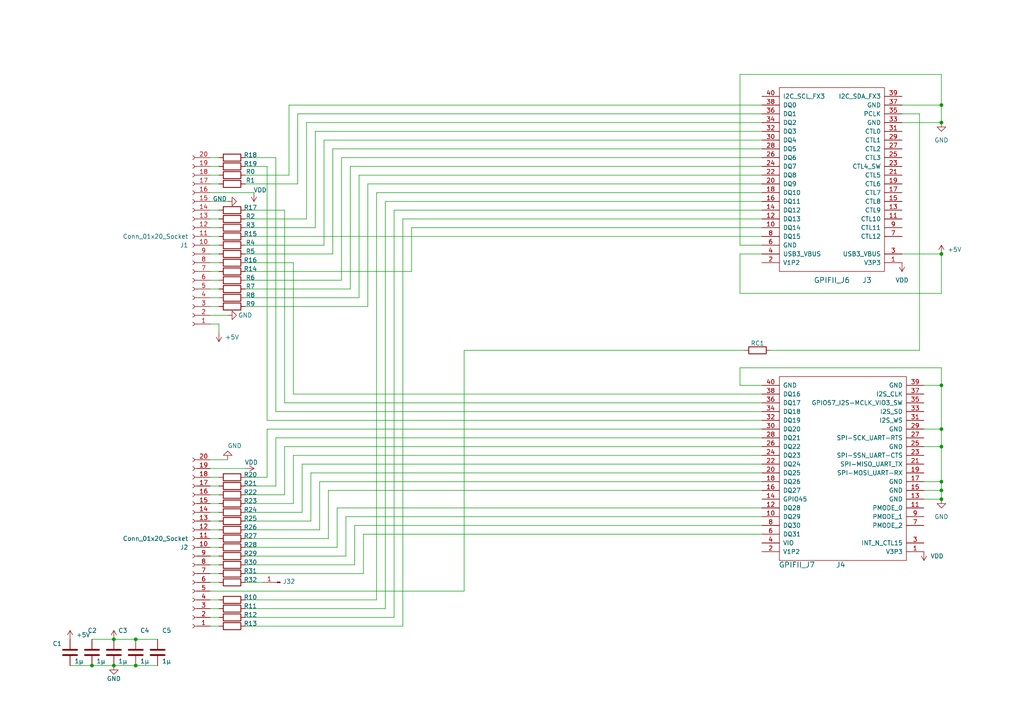
<source format=kicad_sch>
(kicad_sch (version 20231120) (generator "eeschema") (generator_version "8.0")
  (paper "A4")
  (title_block (title "FX3 to Tang Nano 20K Adapter") (date "2024-09-12") (rev "0.0.1") (comment 1 "MISRC"))
  (lib_symbols
    (symbol "Connector:Conn_01x01_Pin" (pin_names (offset 1.016) hide)
      (property "Reference" "J" (at 0 2.54 0))
      (property "Value" "Conn_01x01_Pin" (at 0 -2.54 0))
      (symbol "Conn_01x01_Pin_1_1"
        (polyline (pts (xy 1.27 0) (xy 0.8636 0)) (stroke (width 0.1524)))
        (rectangle (start 0.8636 0.127) (end 0 -0.127) (stroke (width 0.1524)) (fill (type outline)))
        (pin passive line (at 5.08 0 180) (length 3.81) (name "Pin_1") (number "1"))
      )
    )
    (symbol "Connector:Conn_01x20_Socket" (pin_names (offset 1.016) hide)
      (property "Reference" "J" (at 0 25.4 0))
      (property "Value" "Conn_01x20_Socket" (at 0 -27.94 0))
      (symbol "Conn_01x20_Socket_1_1"
        (arc (start 0 -24.892) (mid -0.5058 -25.4) (end 0 -25.908) (stroke (width 0.1524)))
        (arc (start 0 -22.352) (mid -0.5058 -22.86) (end 0 -23.368) (stroke (width 0.1524)))
        (arc (start 0 -19.812) (mid -0.5058 -20.32) (end 0 -20.828) (stroke (width 0.1524)))
        (arc (start 0 -17.272) (mid -0.5058 -17.78) (end 0 -18.288) (stroke (width 0.1524)))
        (arc (start 0 -14.732) (mid -0.5058 -15.24) (end 0 -15.748) (stroke (width 0.1524)))
        (arc (start 0 -12.192) (mid -0.5058 -12.7) (end 0 -13.208) (stroke (width 0.1524)))
        (arc (start 0 -9.652) (mid -0.5058 -10.16) (end 0 -10.668) (stroke (width 0.1524)))
        (arc (start 0 -7.112) (mid -0.5058 -7.62) (end 0 -8.128) (stroke (width 0.1524)))
        (arc (start 0 -4.572) (mid -0.5058 -5.08) (end 0 -5.588) (stroke (width 0.1524)))
        (arc (start 0 -2.032) (mid -0.5058 -2.54) (end 0 -3.048) (stroke (width 0.1524)))
        (polyline (pts (xy -1.27 -25.4) (xy -0.508 -25.4)) (stroke (width 0.1524)))
        (polyline (pts (xy -1.27 -22.86) (xy -0.508 -22.86)) (stroke (width 0.1524)))
        (polyline (pts (xy -1.27 -20.32) (xy -0.508 -20.32)) (stroke (width 0.1524)))
        (polyline (pts (xy -1.27 -17.78) (xy -0.508 -17.78)) (stroke (width 0.1524)))
        (polyline (pts (xy -1.27 -15.24) (xy -0.508 -15.24)) (stroke (width 0.1524)))
        (polyline (pts (xy -1.27 -12.7) (xy -0.508 -12.7)) (stroke (width 0.1524)))
        (polyline (pts (xy -1.27 -10.16) (xy -0.508 -10.16)) (stroke (width 0.1524)))
        (polyline (pts (xy -1.27 -7.62) (xy -0.508 -7.62)) (stroke (width 0.1524)))
        (polyline (pts (xy -1.27 -5.08) (xy -0.508 -5.08)) (stroke (width 0.1524)))
        (polyline (pts (xy -1.27 -2.54) (xy -0.508 -2.54)) (stroke (width 0.1524)))
        (polyline (pts (xy -1.27 0) (xy -0.508 0)) (stroke (width 0.1524)))
        (polyline (pts (xy -1.27 2.54) (xy -0.508 2.54)) (stroke (width 0.1524)))
        (polyline (pts (xy -1.27 5.08) (xy -0.508 5.08)) (stroke (width 0.1524)))
        (polyline (pts (xy -1.27 7.62) (xy -0.508 7.62)) (stroke (width 0.1524)))
        (polyline (pts (xy -1.27 10.16) (xy -0.508 10.16)) (stroke (width 0.1524)))
        (polyline (pts (xy -1.27 12.7) (xy -0.508 12.7)) (stroke (width 0.1524)))
        (polyline (pts (xy -1.27 15.24) (xy -0.508 15.24)) (stroke (width 0.1524)))
        (polyline (pts (xy -1.27 17.78) (xy -0.508 17.78)) (stroke (width 0.1524)))
        (polyline (pts (xy -1.27 20.32) (xy -0.508 20.32)) (stroke (width 0.1524)))
        (polyline (pts (xy -1.27 22.86) (xy -0.508 22.86)) (stroke (width 0.1524)))
        (arc (start 0 0.508) (mid -0.5058 0) (end 0 -0.508) (stroke (width 0.1524)))
        (arc (start 0 3.048) (mid -0.5058 2.54) (end 0 2.032) (stroke (width 0.1524)))
        (arc (start 0 5.588) (mid -0.5058 5.08) (end 0 4.572) (stroke (width 0.1524)))
        (arc (start 0 8.128) (mid -0.5058 7.62) (end 0 7.112) (stroke (width 0.1524)))
        (arc (start 0 10.668) (mid -0.5058 10.16) (end 0 9.652) (stroke (width 0.1524)))
        (arc (start 0 13.208) (mid -0.5058 12.7) (end 0 12.192) (stroke (width 0.1524)))
        (arc (start 0 15.748) (mid -0.5058 15.24) (end 0 14.732) (stroke (width 0.1524)))
        (arc (start 0 18.288) (mid -0.5058 17.78) (end 0 17.272) (stroke (width 0.1524)))
        (arc (start 0 20.828) (mid -0.5058 20.32) (end 0 19.812) (stroke (width 0.1524)))
        (arc (start 0 23.368) (mid -0.5058 22.86) (end 0 22.352) (stroke (width 0.1524)))
        (pin passive line (at -5.08 22.86 0) (length 3.81) (name "Pin_1") (number "1"))
        (pin passive line (at -5.08 0 0) (length 3.81) (name "Pin_10") (number "10"))
        (pin passive line (at -5.08 -2.54 0) (length 3.81) (name "Pin_11") (number "11"))
        (pin passive line (at -5.08 -5.08 0) (length 3.81) (name "Pin_12") (number "12"))
        (pin passive line (at -5.08 -7.62 0) (length 3.81) (name "Pin_13") (number "13"))
        (pin passive line (at -5.08 -10.16 0) (length 3.81) (name "Pin_14") (number "14"))
        (pin passive line (at -5.08 -12.7 0) (length 3.81) (name "Pin_15") (number "15"))
        (pin passive line (at -5.08 -15.24 0) (length 3.81) (name "Pin_16") (number "16"))
        (pin passive line (at -5.08 -17.78 0) (length 3.81) (name "Pin_17") (number "17"))
        (pin passive line (at -5.08 -20.32 0) (length 3.81) (name "Pin_18") (number "18"))
        (pin passive line (at -5.08 -22.86 0) (length 3.81) (name "Pin_19") (number "19"))
        (pin passive line (at -5.08 20.32 0) (length 3.81) (name "Pin_2") (number "2"))
        (pin passive line (at -5.08 -25.4 0) (length 3.81) (name "Pin_20") (number "20"))
        (pin passive line (at -5.08 17.78 0) (length 3.81) (name "Pin_3") (number "3"))
        (pin passive line (at -5.08 15.24 0) (length 3.81) (name "Pin_4") (number "4"))
        (pin passive line (at -5.08 12.7 0) (length 3.81) (name "Pin_5") (number "5"))
        (pin passive line (at -5.08 10.16 0) (length 3.81) (name "Pin_6") (number "6"))
        (pin passive line (at -5.08 7.62 0) (length 3.81) (name "Pin_7") (number "7"))
        (pin passive line (at -5.08 5.08 0) (length 3.81) (name "Pin_8") (number "8"))
        (pin passive line (at -5.08 2.54 0) (length 3.81) (name "Pin_9") (number "9"))
      )
    )
    (symbol "Device:C" (pin_numbers hide) (pin_names (offset 0.254))
      (property "Reference" "C" (at 0.635 2.54 0))
      (property "Value" "C" (at 0.635 -2.54 0))
      (symbol "C_0_1"
        (polyline (pts (xy -2.032 -0.762) (xy 2.032 -0.762)) (stroke (width 0.508)))
        (polyline (pts (xy -2.032 0.762) (xy 2.032 0.762)) (stroke (width 0.508)))
      )
      (symbol "C_1_1"
        (pin passive line (at 0 3.81 270) (length 2.794) (name "~") (number "1"))
        (pin passive line (at 0 -3.81 90) (length 2.794) (name "~") (number "2"))
      )
    )
    (symbol "Device:R" (pin_numbers hide) (pin_names (offset 0))
      (property "Reference" "R" (at 2.032 0 90))
      (property "Value" "R" (at 0 0 90))
      (symbol "R_0_1"
        (rectangle (start -1.016 -2.54) (end 1.016 2.54) (stroke (width 0.254)))
      )
      (symbol "R_1_1"
        (pin passive line (at 0 3.81 270) (length 1.27) (name "~") (number "1"))
        (pin passive line (at 0 -3.81 90) (length 1.27) (name "~") (number "2"))
      )
    )
    (symbol "gpifii_j6:GPIFII_J6" (pin_names (offset 1.016))
      (property "Reference" "J3" (at -10.16 27.94 0))
      (property "Value" "GPIFII_J6" (at 0 27.94 0))
      (symbol "GPIFII_J6_0_1"
        (rectangle (start -15.24 25.4) (end 15.24 -27.94))
      )
      (symbol "GPIFII_J6_1_1"
        (pin power_in line (at -20.32 22.86 0) (length 5.08) (name "V3P3") (number "1"))
        (pin bidirectional line (at 20.32 12.7 180) (length 5.08) (name "DQ14") (number "10"))
        (pin bidirectional line (at -20.32 10.16 0) (length 5.08) (name "CTL10") (number "11"))
        (pin bidirectional line (at 20.32 10.16 180) (length 5.08) (name "DQ13") (number "12"))
        (pin bidirectional line (at -20.32 7.62 0) (length 5.08) (name "CTL9") (number "13"))
        (pin bidirectional line (at 20.32 7.62 180) (length 5.08) (name "DQ12") (number "14"))
        (pin bidirectional line (at -20.32 5.08 0) (length 5.08) (name "CTL8") (number "15"))
        (pin bidirectional line (at 20.32 5.08 180) (length 5.08) (name "DQ11") (number "16"))
        (pin bidirectional line (at -20.32 2.54 0) (length 5.08) (name "CTL7") (number "17"))
        (pin bidirectional line (at 20.32 2.54 180) (length 5.08) (name "DQ10") (number "18"))
        (pin bidirectional line (at -20.32 0 0) (length 5.08) (name "CTL6") (number "19"))
        (pin power_out line (at 20.32 22.86 180) (length 5.08) (name "V1P2") (number "2"))
        (pin bidirectional line (at 20.32 0 180) (length 5.08) (name "DQ9") (number "20"))
        (pin bidirectional line (at -20.32 -2.54 0) (length 5.08) (name "CTL5") (number "21"))
        (pin bidirectional line (at 20.32 -2.54 180) (length 5.08) (name "DQ8") (number "22"))
        (pin bidirectional line (at -20.32 -5.08 0) (length 5.08) (name "CTL4_SW") (number "23"))
        (pin bidirectional line (at 20.32 -5.08 180) (length 5.08) (name "DQ7") (number "24"))
        (pin bidirectional line (at -20.32 -7.62 0) (length 5.08) (name "CTL3") (number "25"))
        (pin bidirectional line (at 20.32 -7.62 180) (length 5.08) (name "DQ6") (number "26"))
        (pin bidirectional line (at -20.32 -10.16 0) (length 5.08) (name "CTL2") (number "27"))
        (pin bidirectional line (at 20.32 -10.16 180) (length 5.08) (name "DQ5") (number "28"))
        (pin bidirectional line (at -20.32 -12.7 0) (length 5.08) (name "CTL1") (number "29"))
        (pin power_in line (at -20.32 20.32 0) (length 5.08) (name "USB3_VBUS") (number "3"))
        (pin bidirectional line (at 20.32 -12.7 180) (length 5.08) (name "DQ4") (number "30"))
        (pin bidirectional line (at -20.32 -15.24 0) (length 5.08) (name "CTL0") (number "31"))
        (pin bidirectional line (at 20.32 -15.24 180) (length 5.08) (name "DQ3") (number "32"))
        (pin power_in line (at -20.32 -17.78 0) (length 5.08) (name "GND") (number "33"))
        (pin bidirectional line (at 20.32 -17.78 180) (length 5.08) (name "DQ2") (number "34"))
        (pin bidirectional line (at -20.32 -20.32 0) (length 5.08) (name "PCLK") (number "35"))
        (pin bidirectional line (at 20.32 -20.32 180) (length 5.08) (name "DQ1") (number "36"))
        (pin power_in line (at -20.32 -22.86 0) (length 5.08) (name "GND") (number "37"))
        (pin bidirectional line (at 20.32 -22.86 180) (length 5.08) (name "DQ0") (number "38"))
        (pin bidirectional line (at -20.32 -25.4 0) (length 5.08) (name "I2C_SDA_FX3") (number "39"))
        (pin power_in line (at 20.32 20.32 180) (length 5.08) (name "USB3_VBUS") (number "4"))
        (pin bidirectional line (at 20.32 -25.4 180) (length 5.08) (name "I2C_SCL_FX3") (number "40"))
        (pin power_in line (at 20.32 17.78 180) (length 5.08) (name "GND") (number "6"))
        (pin bidirectional line (at -20.32 15.24 0) (length 5.08) (name "CTL12") (number "7"))
        (pin bidirectional line (at 20.32 15.24 180) (length 5.08) (name "DQ15") (number "8"))
        (pin bidirectional line (at -20.32 12.7 0) (length 5.08) (name "CTL11") (number "9"))
      )
    )
    (symbol "gpifii_j7:GPIFII_J7" (pin_names (offset 1.016))
      (property "Reference" "J4" (at 0 26.67 0))
      (property "Value" "GPIFII_J7" (at 12.7 26.67 0))
      (symbol "GPIFII_J7_0_1"
        (rectangle (start -19.05 25.4) (end 17.78 -27.94))
      )
      (symbol "GPIFII_J7_1_1"
        (pin power_in line (at -24.13 22.86 0) (length 5.08) (name "V3P3") (number "1"))
        (pin bidirectional line (at 22.86 12.7 180) (length 5.08) (name "DQ29") (number "10"))
        (pin bidirectional line (at -24.13 10.16 0) (length 5.08) (name "PMODE_0") (number "11"))
        (pin bidirectional line (at 22.86 10.16 180) (length 5.08) (name "DQ28") (number "12"))
        (pin power_in line (at -24.13 7.62 0) (length 5.08) (name "GND") (number "13"))
        (pin bidirectional line (at 22.86 7.62 180) (length 5.08) (name "GPIO45") (number "14"))
        (pin power_in line (at -24.13 5.08 0) (length 5.08) (name "GND") (number "15"))
        (pin bidirectional line (at 22.86 5.08 180) (length 5.08) (name "DQ27") (number "16"))
        (pin power_in line (at -24.13 2.54 0) (length 5.08) (name "GND") (number "17"))
        (pin bidirectional line (at 22.86 2.54 180) (length 5.08) (name "DQ26") (number "18"))
        (pin bidirectional line (at -24.13 0 0) (length 5.08) (name "SPI-MOSI_UART-RX") (number "19"))
        (pin power_in line (at 22.86 22.86 180) (length 5.08) (name "V1P2") (number "2"))
        (pin bidirectional line (at 22.86 0 180) (length 5.08) (name "DQ25") (number "20"))
        (pin bidirectional line (at -24.13 -2.54 0) (length 5.08) (name "SPI-MISO_UART_TX") (number "21"))
        (pin bidirectional line (at 22.86 -2.54 180) (length 5.08) (name "DQ24") (number "22"))
        (pin bidirectional line (at -24.13 -5.08 0) (length 5.08) (name "SPI-SSN_UART-CTS") (number "23"))
        (pin bidirectional line (at 22.86 -5.08 180) (length 5.08) (name "DQ23") (number "24"))
        (pin power_in line (at -24.13 -7.62 0) (length 5.08) (name "GND") (number "25"))
        (pin bidirectional line (at 22.86 -7.62 180) (length 5.08) (name "DQ22") (number "26"))
        (pin bidirectional line (at -24.13 -10.16 0) (length 5.08) (name "SPI-SCK_UART-RTS") (number "27"))
        (pin bidirectional line (at 22.86 -10.16 180) (length 5.08) (name "DQ21") (number "28"))
        (pin power_in line (at -24.13 -12.7 0) (length 5.08) (name "GND") (number "29"))
        (pin bidirectional line (at -24.13 20.32 0) (length 5.08) (name "INT_N_CTL15") (number "3"))
        (pin bidirectional line (at 22.86 -12.7 180) (length 5.08) (name "DQ20") (number "30"))
        (pin bidirectional line (at -24.13 -15.24 0) (length 5.08) (name "I2S_WS") (number "31"))
        (pin bidirectional line (at 22.86 -15.24 180) (length 5.08) (name "DQ19") (number "32"))
        (pin bidirectional line (at -24.13 -17.78 0) (length 5.08) (name "I2S_SD") (number "33"))
        (pin bidirectional line (at 22.86 -17.78 180) (length 5.08) (name "DQ18") (number "34"))
        (pin bidirectional line (at -24.13 -20.32 0) (length 5.08) (name "GPIO57_I2S-MCLK_VIO3_SW") (number "35"))
        (pin bidirectional line (at 22.86 -20.32 180) (length 5.08) (name "DQ17") (number "36"))
        (pin bidirectional line (at -24.13 -22.86 0) (length 5.08) (name "I2S_CLK") (number "37"))
        (pin bidirectional line (at 22.86 -22.86 180) (length 5.08) (name "DQ16") (number "38"))
        (pin power_in line (at -24.13 -25.4 0) (length 5.08) (name "GND") (number "39"))
        (pin power_out line (at 22.86 20.32 180) (length 5.08) (name "VIO") (number "4"))
        (pin power_in line (at 22.86 -25.4 180) (length 5.08) (name "GND") (number "40"))
        (pin bidirectional line (at 22.86 17.78 180) (length 5.08) (name "DQ31") (number "6"))
        (pin bidirectional line (at -24.13 15.24 0) (length 5.08) (name "PMODE_2") (number "7"))
        (pin bidirectional line (at 22.86 15.24 180) (length 5.08) (name "DQ30") (number "8"))
        (pin bidirectional line (at -24.13 12.7 0) (length 5.08) (name "PMODE_1") (number "9"))
      )
    )
    (symbol "power:+5V" (power) (pin_names (offset 0))
      (property "Value" "+5V" (at 0 3.556 0))
      (symbol "+5V_0_1"
        (polyline (pts (xy -0.762 1.27) (xy 0 2.54)))
        (polyline (pts (xy 0 0) (xy 0 2.54)))
        (polyline (pts (xy 0 2.54) (xy 0.762 1.27)))
      )
      (symbol "+5V_1_1"
        (pin power_in line (at 0 0 90) (length 0) hide (name "+5V") (number "1"))
      )
    )
    (symbol "power:GND" (power) (pin_names (offset 0))
      (property "Value" "GND" (at 0 -3.81 0))
      (symbol "GND_0_1"
        (polyline (pts (xy 0 0) (xy 0 -1.27) (xy 1.27 -1.27) (xy 0 -2.54) (xy -1.27 -1.27) (xy 0 -1.27)))
      )
      (symbol "GND_1_1"
        (pin power_in line (at 0 0 270) (length 0) hide (name "GND") (number "1"))
      )
    )
    (symbol "power:VDD" (power) (pin_names (offset 0))
      (property "Value" "VDD" (at 0 3.81 0))
      (symbol "VDD_0_1"
        (polyline (pts (xy -0.762 1.27) (xy 0 2.54)))
        (polyline (pts (xy 0 0) (xy 0 2.54)))
        (polyline (pts (xy 0 2.54) (xy 0.762 1.27)))
      )
      (symbol "VDD_1_1"
        (pin power_in line (at 0 0 90) (length 0) hide (name "VDD") (number "1"))
      )
    )
  )
  (junction (at 273.05 111.76))
  (junction (at 33.02 193.04))
  (junction (at 273.05 35.56))
  (junction (at 273.05 144.78))
  (junction (at 273.05 129.54))
  (junction (at 39.37 185.42))
  (junction (at 33.02 185.42))
  (junction (at 26.67 193.04))
  (junction (at 273.05 142.24))
  (junction (at 273.05 139.7))
  (junction (at 39.37 193.04))
  (junction (at 273.05 30.48))
  (junction (at 273.05 73.66))
  (junction (at 273.05 124.46))
  (wire (pts (xy 60.96 45.72) (xy 63.5 45.72)))
  (wire (pts (xy 104.14 50.8) (xy 104.14 86.36)))
  (wire (pts (xy 134.62 171.45) (xy 134.62 101.6)))
  (wire (pts (xy 71.12 50.8) (xy 83.82 50.8)))
  (wire (pts (xy 273.05 30.48) (xy 273.05 35.56)))
  (wire (pts (xy 101.6 48.26) (xy 220.98 48.26)))
  (wire (pts (xy 273.05 111.76) (xy 267.97 111.76)))
  (wire (pts (xy 86.36 33.02) (xy 220.98 33.02)))
  (wire (pts (xy 60.96 63.5) (xy 63.5 63.5)))
  (wire (pts (xy 97.79 158.75) (xy 97.79 147.32)))
  (wire (pts (xy 60.96 176.53) (xy 63.5 176.53)))
  (wire (pts (xy 91.44 38.1) (xy 91.44 66.04)))
  (wire (pts (xy 82.55 129.54) (xy 82.55 143.51)))
  (wire (pts (xy 223.52 101.6) (xy 266.7 101.6)))
  (wire (pts (xy 114.3 60.96) (xy 220.98 60.96)))
  (wire (pts (xy 60.96 181.61) (xy 63.5 181.61)))
  (wire (pts (xy 80.01 140.97) (xy 71.12 140.97)))
  (wire (pts (xy 60.96 163.83) (xy 63.5 163.83)))
  (wire (pts (xy 71.12 158.75) (xy 97.79 158.75)))
  (wire (pts (xy 85.09 114.3) (xy 220.98 114.3)))
  (wire (pts (xy 261.62 30.48) (xy 273.05 30.48)))
  (wire (pts (xy 111.76 58.42) (xy 220.98 58.42)))
  (wire (pts (xy 71.12 153.67) (xy 92.71 153.67)))
  (wire (pts (xy 261.62 33.02) (xy 266.7 33.02)))
  (wire (pts (xy 105.41 154.94) (xy 220.98 154.94)))
  (wire (pts (xy 273.05 129.54) (xy 273.05 124.46)))
  (wire (pts (xy 60.96 73.66) (xy 63.5 73.66)))
  (wire (pts (xy 71.12 68.58) (xy 220.98 68.58)))
  (wire (pts (xy 106.68 88.9) (xy 106.68 53.34)))
  (wire (pts (xy 104.14 50.8) (xy 220.98 50.8)))
  (wire (pts (xy 60.96 143.51) (xy 63.5 143.51)))
  (wire (pts (xy 82.55 143.51) (xy 71.12 143.51)))
  (wire (pts (xy 77.47 138.43) (xy 77.47 124.46)))
  (wire (pts (xy 119.38 66.04) (xy 119.38 78.74)))
  (wire (pts (xy 77.47 48.26) (xy 77.47 121.92)))
  (wire (pts (xy 101.6 48.26) (xy 101.6 83.82)))
  (wire (pts (xy 71.12 168.91) (xy 76.2 168.91)))
  (wire (pts (xy 109.22 173.99) (xy 71.12 173.99)))
  (wire (pts (xy 60.96 93.98) (xy 63.5 93.98)))
  (wire (pts (xy 90.17 151.13) (xy 71.12 151.13)))
  (wire (pts (xy 71.12 148.59) (xy 87.63 148.59)))
  (wire (pts (xy 60.96 60.96) (xy 63.5 60.96)))
  (wire (pts (xy 82.55 116.84) (xy 220.98 116.84)))
  (wire (pts (xy 82.55 116.84) (xy 82.55 60.96)))
  (wire (pts (xy 109.22 55.88) (xy 109.22 173.99)))
  (wire (pts (xy 114.3 60.96) (xy 114.3 179.07)))
  (wire (pts (xy 99.06 45.72) (xy 220.98 45.72)))
  (wire (pts (xy 60.96 81.28) (xy 63.5 81.28)))
  (wire (pts (xy 102.87 152.4) (xy 102.87 163.83)))
  (wire (pts (xy 60.96 168.91) (xy 63.5 168.91)))
  (wire (pts (xy 88.9 35.56) (xy 88.9 63.5)))
  (wire (pts (xy 60.96 158.75) (xy 63.5 158.75)))
  (wire (pts (xy 105.41 166.37) (xy 105.41 154.94)))
  (wire (pts (xy 96.52 73.66) (xy 96.52 43.18)))
  (wire (pts (xy 85.09 76.2) (xy 71.12 76.2)))
  (wire (pts (xy 60.96 161.29) (xy 63.5 161.29)))
  (wire (pts (xy 214.63 73.66) (xy 220.98 73.66)))
  (wire (pts (xy 100.33 161.29) (xy 71.12 161.29)))
  (wire (pts (xy 71.12 48.26) (xy 77.47 48.26)))
  (wire (pts (xy 60.96 146.05) (xy 63.5 146.05)))
  (wire (pts (xy 60.96 173.99) (xy 63.5 173.99)))
  (wire (pts (xy 60.96 171.45) (xy 134.62 171.45)))
  (wire (pts (xy 273.05 111.76) (xy 273.05 106.68)))
  (wire (pts (xy 214.63 71.12) (xy 220.98 71.12)))
  (wire (pts (xy 60.96 135.89) (xy 71.12 135.89)))
  (wire (pts (xy 93.98 40.64) (xy 220.98 40.64)))
  (wire (pts (xy 92.71 153.67) (xy 92.71 139.7)))
  (wire (pts (xy 39.37 193.04) (xy 45.72 193.04)))
  (wire (pts (xy 114.3 179.07) (xy 71.12 179.07)))
  (wire (pts (xy 99.06 81.28) (xy 71.12 81.28)))
  (wire (pts (xy 63.5 93.98) (xy 63.5 96.52)))
  (wire (pts (xy 273.05 21.59) (xy 273.05 30.48)))
  (wire (pts (xy 85.09 132.08) (xy 85.09 146.05)))
  (wire (pts (xy 60.96 156.21) (xy 63.5 156.21)))
  (wire (pts (xy 214.63 85.09) (xy 214.63 73.66)))
  (wire (pts (xy 71.12 88.9) (xy 106.68 88.9)))
  (wire (pts (xy 33.02 185.42) (xy 39.37 185.42)))
  (wire (pts (xy 100.33 149.86) (xy 100.33 161.29)))
  (wire (pts (xy 60.96 140.97) (xy 63.5 140.97)))
  (wire (pts (xy 26.67 185.42) (xy 33.02 185.42)))
  (wire (pts (xy 214.63 111.76) (xy 220.98 111.76)))
  (wire (pts (xy 60.96 88.9) (xy 63.5 88.9)))
  (wire (pts (xy 60.96 55.88) (xy 73.66 55.88)))
  (wire (pts (xy 60.96 76.2) (xy 63.5 76.2)))
  (wire (pts (xy 82.55 129.54) (xy 220.98 129.54)))
  (wire (pts (xy 60.96 50.8) (xy 63.5 50.8)))
  (wire (pts (xy 102.87 152.4) (xy 220.98 152.4)))
  (wire (pts (xy 267.97 144.78) (xy 273.05 144.78)))
  (wire (pts (xy 88.9 63.5) (xy 71.12 63.5)))
  (wire (pts (xy 87.63 134.62) (xy 220.98 134.62)))
  (wire (pts (xy 60.96 91.44) (xy 66.04 91.44)))
  (wire (pts (xy 60.96 148.59) (xy 63.5 148.59)))
  (wire (pts (xy 85.09 132.08) (xy 220.98 132.08)))
  (wire (pts (xy 85.09 146.05) (xy 71.12 146.05)))
  (wire (pts (xy 261.62 35.56) (xy 273.05 35.56)))
  (wire (pts (xy 83.82 50.8) (xy 83.82 30.48)))
  (wire (pts (xy 93.98 71.12) (xy 93.98 40.64)))
  (wire (pts (xy 80.01 127) (xy 80.01 140.97)))
  (wire (pts (xy 60.96 86.36) (xy 63.5 86.36)))
  (wire (pts (xy 266.7 33.02) (xy 266.7 101.6)))
  (wire (pts (xy 87.63 148.59) (xy 87.63 134.62)))
  (wire (pts (xy 91.44 38.1) (xy 220.98 38.1)))
  (wire (pts (xy 60.96 153.67) (xy 63.5 153.67)))
  (wire (pts (xy 82.55 60.96) (xy 71.12 60.96)))
  (wire (pts (xy 60.96 151.13) (xy 63.5 151.13)))
  (wire (pts (xy 119.38 66.04) (xy 220.98 66.04)))
  (wire (pts (xy 33.02 193.04) (xy 39.37 193.04)))
  (wire (pts (xy 273.05 139.7) (xy 267.97 139.7)))
  (wire (pts (xy 60.96 138.43) (xy 63.5 138.43)))
  (wire (pts (xy 116.84 181.61) (xy 71.12 181.61)))
  (wire (pts (xy 80.01 127) (xy 220.98 127)))
  (wire (pts (xy 102.87 163.83) (xy 71.12 163.83)))
  (wire (pts (xy 77.47 124.46) (xy 220.98 124.46)))
  (wire (pts (xy 111.76 176.53) (xy 71.12 176.53)))
  (wire (pts (xy 77.47 121.92) (xy 220.98 121.92)))
  (wire (pts (xy 106.68 53.34) (xy 220.98 53.34)))
  (wire (pts (xy 60.96 68.58) (xy 63.5 68.58)))
  (wire (pts (xy 60.96 179.07) (xy 63.5 179.07)))
  (wire (pts (xy 86.36 53.34) (xy 71.12 53.34)))
  (wire (pts (xy 60.96 48.26) (xy 63.5 48.26)))
  (wire (pts (xy 80.01 119.38) (xy 220.98 119.38)))
  (wire (pts (xy 26.67 193.04) (xy 33.02 193.04)))
  (wire (pts (xy 214.63 21.59) (xy 273.05 21.59)))
  (wire (pts (xy 90.17 137.16) (xy 90.17 151.13)))
  (wire (pts (xy 273.05 73.66) (xy 273.05 85.09)))
  (wire (pts (xy 39.37 185.42) (xy 45.72 185.42)))
  (wire (pts (xy 116.84 63.5) (xy 220.98 63.5)))
  (wire (pts (xy 71.12 166.37) (xy 105.41 166.37)))
  (wire (pts (xy 273.05 142.24) (xy 267.97 142.24)))
  (wire (pts (xy 101.6 83.82) (xy 71.12 83.82)))
  (wire (pts (xy 95.25 142.24) (xy 220.98 142.24)))
  (wire (pts (xy 95.25 142.24) (xy 95.25 156.21)))
  (wire (pts (xy 92.71 139.7) (xy 220.98 139.7)))
  (wire (pts (xy 60.96 53.34) (xy 63.5 53.34)))
  (wire (pts (xy 273.05 124.46) (xy 273.05 111.76)))
  (wire (pts (xy 273.05 144.78) (xy 273.05 142.24)))
  (wire (pts (xy 100.33 149.86) (xy 220.98 149.86)))
  (wire (pts (xy 20.32 193.04) (xy 26.67 193.04)))
  (wire (pts (xy 134.62 101.6) (xy 215.9 101.6)))
  (wire (pts (xy 88.9 35.56) (xy 220.98 35.56)))
  (wire (pts (xy 60.96 58.42) (xy 66.04 58.42)))
  (wire (pts (xy 97.79 147.32) (xy 220.98 147.32)))
  (wire (pts (xy 111.76 58.42) (xy 111.76 176.53)))
  (wire (pts (xy 214.63 85.09) (xy 273.05 85.09)))
  (wire (pts (xy 60.96 78.74) (xy 63.5 78.74)))
  (wire (pts (xy 71.12 71.12) (xy 93.98 71.12)))
  (wire (pts (xy 104.14 86.36) (xy 71.12 86.36)))
  (wire (pts (xy 60.96 66.04) (xy 63.5 66.04)))
  (wire (pts (xy 95.25 156.21) (xy 71.12 156.21)))
  (wire (pts (xy 109.22 55.88) (xy 220.98 55.88)))
  (wire (pts (xy 116.84 63.5) (xy 116.84 181.61)))
  (wire (pts (xy 273.05 142.24) (xy 273.05 139.7)))
  (wire (pts (xy 60.96 71.12) (xy 63.5 71.12)))
  (wire (pts (xy 261.62 73.66) (xy 273.05 73.66)))
  (wire (pts (xy 214.63 106.68) (xy 273.05 106.68)))
  (wire (pts (xy 80.01 45.72) (xy 80.01 119.38)))
  (wire (pts (xy 60.96 166.37) (xy 63.5 166.37)))
  (wire (pts (xy 273.05 129.54) (xy 267.97 129.54)))
  (wire (pts (xy 99.06 45.72) (xy 99.06 81.28)))
  (wire (pts (xy 71.12 45.72) (xy 80.01 45.72)))
  (wire (pts (xy 119.38 78.74) (xy 71.12 78.74)))
  (wire (pts (xy 85.09 114.3) (xy 85.09 76.2)))
  (wire (pts (xy 60.96 83.82) (xy 63.5 83.82)))
  (wire (pts (xy 71.12 73.66) (xy 96.52 73.66)))
  (wire (pts (xy 91.44 66.04) (xy 71.12 66.04)))
  (wire (pts (xy 273.05 139.7) (xy 273.05 129.54)))
  (wire (pts (xy 83.82 30.48) (xy 220.98 30.48)))
  (wire (pts (xy 96.52 43.18) (xy 220.98 43.18)))
  (wire (pts (xy 214.63 21.59) (xy 214.63 71.12)))
  (wire (pts (xy 273.05 124.46) (xy 267.97 124.46)))
  (wire (pts (xy 71.12 138.43) (xy 77.47 138.43)))
  (wire (pts (xy 86.36 33.02) (xy 86.36 53.34)))
  (wire (pts (xy 60.96 133.35) (xy 66.04 133.35)))
  (wire (pts (xy 214.63 106.68) (xy 214.63 111.76)))
  (wire (pts (xy 90.17 137.16) (xy 220.98 137.16)))
  (symbol (lib_id "Device:R") (at 67.31 68.58 90) (mirror x) (unit 1)
    (property "Reference" "R15" (at 72.644 67.818 90))
    (property "Value" "R" (effects (hide yes)))
    (property "Footprint" "Resistor_SMD:R_0805_2012Metric_Pad1.20x1.40mm_HandSolder" (effects (hide yes)))
    (property "Description" "Resistor" (effects (hide yes)))
  )
  (symbol (lib_id "Device:R") (at 219.71 101.6 90) (unit 1)
    (property "Reference" "RC1" (at 219.71 99.568 90))
    (property "Value" "R" (effects (hide yes)))
    (property "Footprint" "Resistor_SMD:R_0805_2012Metric_Pad1.20x1.40mm_HandSolder" (effects (hide yes)))
    (property "Description" "Resistor" (effects (hide yes)))
  )
  (symbol (lib_id "Device:R") (at 67.31 179.07 90) (mirror x) (unit 1)
    (property "Reference" "R12" (at 72.644 178.308 90))
    (property "Value" "R" (effects (hide yes)))
    (property "Footprint" "Resistor_SMD:R_0805_2012Metric_Pad1.20x1.40mm_HandSolder" (effects (hide yes)))
    (property "Description" "Resistor" (effects (hide yes)))
  )
  (symbol (lib_id "Device:R") (at 67.31 76.2 90) (mirror x) (unit 1)
    (property "Reference" "R16" (at 72.644 75.438 90))
    (property "Value" "R" (effects (hide yes)))
    (property "Footprint" "Resistor_SMD:R_0805_2012Metric_Pad1.20x1.40mm_HandSolder" (effects (hide yes)))
    (property "Description" "Resistor" (effects (hide yes)))
  )
  (symbol (lib_id "Device:R") (at 67.31 66.04 90) (mirror x) (unit 1)
    (property "Reference" "R3" (at 72.644 65.278 90))
    (property "Value" "R" (effects (hide yes)))
    (property "Footprint" "Resistor_SMD:R_0805_2012Metric_Pad1.20x1.40mm_HandSolder" (effects (hide yes)))
    (property "Description" "Resistor" (effects (hide yes)))
  )
  (symbol (lib_id "Device:C") (at 39.37 189.23 0) (unit 1)
    (property "Reference" "C4" (at 40.64 182.88 0) (effects (justify left)))
    (property "Value" "1µ" (at 40.64 191.77 0) (effects (justify left)))
    (property "Footprint" "Capacitor_SMD:C_0805_2012Metric" (effects (hide yes)))
  )
  (symbol (lib_id "Device:R") (at 67.31 168.91 90) (mirror x) (unit 1)
    (property "Reference" "R32" (at 72.644 168.148 90))
    (property "Value" "R" (effects (hide yes)))
    (property "Footprint" "Resistor_SMD:R_0805_2012Metric_Pad1.20x1.40mm_HandSolder" (effects (hide yes)))
    (property "Description" "Resistor" (effects (hide yes)))
  )
  (symbol (lib_id "Device:C") (at 26.67 189.23 0) (unit 1)
    (property "Reference" "C2" (at 25.4 182.88 0) (effects (justify left)))
    (property "Value" "1µ" (at 27.94 191.77 0) (effects (justify left)))
    (property "Footprint" "Capacitor_SMD:C_0805_2012Metric" (effects (hide yes)))
  )
  (symbol (lib_id "power:GND") (at 273.05 35.56 0) (unit 1)
    (property "Reference" "#PWR0206" (effects (hide yes)))
    (property "Value" "GND" (at 273.05 40.64 0))
  )
  (symbol (lib_id "power:GND") (at 66.04 133.35 0) (mirror x) (unit 1)
    (property "Reference" "#PWR017" (effects (hide yes)))
    (property "Value" "GND" (at 68.072 129.286 0))
  )
  (symbol (lib_id "power:+5V") (at 20.32 185.42 0) (unit 1)
    (property "Reference" "#PWR0207" (effects (hide yes)))
    (property "Value" "+5V" (at 24.13 184.15 0))
  )
  (symbol (lib_id "Device:R") (at 67.31 138.43 90) (mirror x) (unit 1)
    (property "Reference" "R20" (at 72.644 137.668 90))
    (property "Value" "R" (effects (hide yes)))
    (property "Footprint" "Resistor_SMD:R_0805_2012Metric_Pad1.20x1.40mm_HandSolder" (effects (hide yes)))
    (property "Description" "Resistor" (effects (hide yes)))
  )
  (symbol (lib_id "Device:R") (at 67.31 148.59 90) (mirror x) (unit 1)
    (property "Reference" "R24" (at 72.644 147.828 90))
    (property "Value" "R" (effects (hide yes)))
    (property "Footprint" "Resistor_SMD:R_0805_2012Metric_Pad1.20x1.40mm_HandSolder" (effects (hide yes)))
    (property "Description" "Resistor" (effects (hide yes)))
  )
  (symbol (lib_id "Device:R") (at 67.31 156.21 90) (mirror x) (unit 1)
    (property "Reference" "R27" (at 72.644 155.448 90))
    (property "Value" "R" (effects (hide yes)))
    (property "Footprint" "Resistor_SMD:R_0805_2012Metric_Pad1.20x1.40mm_HandSolder" (effects (hide yes)))
    (property "Description" "Resistor" (effects (hide yes)))
  )
  (symbol (lib_id "Device:R") (at 67.31 88.9 90) (mirror x) (unit 1)
    (property "Reference" "R9" (at 72.644 88.138 90))
    (property "Value" "R" (effects (hide yes)))
    (property "Footprint" "Resistor_SMD:R_0805_2012Metric_Pad1.20x1.40mm_HandSolder" (effects (hide yes)))
    (property "Description" "Resistor" (effects (hide yes)))
  )
  (symbol (lib_id "Device:R") (at 67.31 176.53 90) (mirror x) (unit 1)
    (property "Reference" "R11" (at 72.644 175.768 90))
    (property "Value" "R" (effects (hide yes)))
    (property "Footprint" "Resistor_SMD:R_0805_2012Metric_Pad1.20x1.40mm_HandSolder" (effects (hide yes)))
    (property "Description" "Resistor" (effects (hide yes)))
  )
  (symbol (lib_id "Connector:Conn_01x20_Socket") (at 55.88 71.12 180) (unit 1)
    (property "Reference" "J1" (at 54.61 71.1201 0) (effects (justify left)))
    (property "Value" "Conn_01x20_Socket" (at 54.61 68.5801 0) (effects (justify left)))
    (property "Footprint" "Connector_PinSocket_2.54mm:PinSocket_1x20_P2.54mm_Vertical" (effects (hide yes)))
    (property "Description" "Generic connector, single row, 01x20, script generated" (effects (hide yes)))
  )
  (symbol (lib_id "Device:R") (at 67.31 60.96 90) (mirror x) (unit 1)
    (property "Reference" "R17" (at 72.644 60.198 90))
    (property "Value" "R" (effects (hide yes)))
    (property "Footprint" "Resistor_SMD:R_0805_2012Metric_Pad1.20x1.40mm_HandSolder" (effects (hide yes)))
    (property "Description" "Resistor" (effects (hide yes)))
  )
  (symbol (lib_id "power:VDD") (at 267.97 160.02 180) (unit 1)
    (property "Reference" "#PWR023" (effects (hide yes)))
    (property "Value" "VDD" (at 271.78 161.29 0))
  )
  (symbol (lib_id "Device:R") (at 67.31 83.82 90) (mirror x) (unit 1)
    (property "Reference" "R7" (at 72.644 83.058 90))
    (property "Value" "R" (effects (hide yes)))
    (property "Footprint" "Resistor_SMD:R_0805_2012Metric_Pad1.20x1.40mm_HandSolder" (effects (hide yes)))
    (property "Description" "Resistor" (effects (hide yes)))
  )
  (symbol (lib_id "Device:R") (at 67.31 78.74 90) (mirror x) (unit 1)
    (property "Reference" "R14" (at 72.644 77.978 90))
    (property "Value" "R" (effects (hide yes)))
    (property "Footprint" "Resistor_SMD:R_0805_2012Metric_Pad1.20x1.40mm_HandSolder" (effects (hide yes)))
    (property "Description" "Resistor" (effects (hide yes)))
  )
  (symbol (lib_id "Connector:Conn_01x20_Socket") (at 55.88 158.75 180) (unit 1)
    (property "Reference" "J2" (at 54.61 158.7501 0) (effects (justify left)))
    (property "Value" "Conn_01x20_Socket" (at 54.61 156.2101 0) (effects (justify left)))
    (property "Footprint" "Connector_PinSocket_2.54mm:PinSocket_1x20_P2.54mm_Vertical" (effects (hide yes)))
    (property "Description" "Generic connector, single row, 01x20, script generated" (effects (hide yes)))
  )
  (symbol (lib_id "Device:R") (at 67.31 48.26 90) (mirror x) (unit 1)
    (property "Reference" "R19" (at 72.644 47.498 90))
    (property "Value" "R" (effects (hide yes)))
    (property "Footprint" "Resistor_SMD:R_0805_2012Metric_Pad1.20x1.40mm_HandSolder" (effects (hide yes)))
    (property "Description" "Resistor" (effects (hide yes)))
  )
  (symbol (lib_id "power:VDD") (at 261.62 76.2 180) (unit 1)
    (property "Reference" "#PWR022" (effects (hide yes)))
    (property "Value" "VDD" (at 261.62 81.28 0))
  )
  (symbol (lib_id "power:VDD") (at 33.02 185.42 0) (unit 1)
    (property "Reference" "#PWR08" (effects (hide yes)))
    (property "Value" "VDD" (effects (hide yes)))
  )
  (symbol (lib_id "Device:R") (at 67.31 71.12 90) (mirror x) (unit 1)
    (property "Reference" "R4" (at 72.644 70.358 90))
    (property "Value" "R" (effects (hide yes)))
    (property "Footprint" "Resistor_SMD:R_0805_2012Metric_Pad1.20x1.40mm_HandSolder" (effects (hide yes)))
    (property "Description" "Resistor" (effects (hide yes)))
  )
  (symbol (lib_id "Device:R") (at 67.31 140.97 90) (mirror x) (unit 1)
    (property "Reference" "R21" (at 72.644 140.208 90))
    (property "Value" "R" (effects (hide yes)))
    (property "Footprint" "Resistor_SMD:R_0805_2012Metric_Pad1.20x1.40mm_HandSolder" (effects (hide yes)))
    (property "Description" "Resistor" (effects (hide yes)))
  )
  (symbol (lib_id "gpifii_j6:GPIFII_J6") (at 241.3 53.34 180) (unit 1)
    (property "Reference" "J3" (at 251.46 81.28 0) (effects (font (size 1.524 1.524))))
    (property "Value" "GPIFII_J6" (at 241.3 81.28 0) (effects (font (size 1.524 1.524))))
    (property "Footprint" "Connector_PinHeader_2.54mm:PinHeader_2x20_P2.54mm_Vertical" (effects (hide yes)))
  )
  (symbol (lib_id "Device:R") (at 67.31 53.34 90) (mirror x) (unit 1)
    (property "Reference" "R1" (at 72.644 52.324 90))
    (property "Value" "R" (effects (hide yes)))
    (property "Footprint" "Resistor_SMD:R_0805_2012Metric_Pad1.20x1.40mm_HandSolder" (effects (hide yes)))
    (property "Description" "Resistor" (effects (hide yes)))
  )
  (symbol (lib_id "gpifii_j7:GPIFII_J7") (at 243.84 137.16 180) (unit 1)
    (property "Reference" "J4" (at 243.84 163.83 0) (effects (font (size 1.524 1.524))))
    (property "Value" "GPIFII_J7" (at 231.14 163.83 0) (effects (font (size 1.524 1.524))))
    (property "Footprint" "Connector_PinHeader_2.54mm:PinHeader_2x20_P2.54mm_Vertical" (effects (hide yes)))
  )
  (symbol (lib_id "Device:R") (at 67.31 181.61 90) (mirror x) (unit 1)
    (property "Reference" "R13" (at 72.644 180.848 90))
    (property "Value" "R" (effects (hide yes)))
    (property "Footprint" "Resistor_SMD:R_0805_2012Metric_Pad1.20x1.40mm_HandSolder" (effects (hide yes)))
    (property "Description" "Resistor" (effects (hide yes)))
  )
  (symbol (lib_id "Device:R") (at 67.31 161.29 90) (mirror x) (unit 1)
    (property "Reference" "R29" (at 72.644 160.528 90))
    (property "Value" "R" (effects (hide yes)))
    (property "Footprint" "Resistor_SMD:R_0805_2012Metric_Pad1.20x1.40mm_HandSolder" (effects (hide yes)))
    (property "Description" "Resistor" (effects (hide yes)))
  )
  (symbol (lib_id "Device:R") (at 67.31 151.13 90) (mirror x) (unit 1)
    (property "Reference" "R25" (at 72.644 150.368 90))
    (property "Value" "R" (effects (hide yes)))
    (property "Footprint" "Resistor_SMD:R_0805_2012Metric_Pad1.20x1.40mm_HandSolder" (effects (hide yes)))
    (property "Description" "Resistor" (effects (hide yes)))
  )
  (symbol (lib_id "Device:R") (at 67.31 45.72 90) (mirror x) (unit 1)
    (property "Reference" "R18" (at 72.644 44.958 90))
    (property "Value" "R" (effects (hide yes)))
    (property "Footprint" "Resistor_SMD:R_0805_2012Metric_Pad1.20x1.40mm_HandSolder" (effects (hide yes)))
    (property "Description" "Resistor" (effects (hide yes)))
  )
  (symbol (lib_id "Device:R") (at 67.31 81.28 90) (mirror x) (unit 1)
    (property "Reference" "R6" (at 72.644 80.518 90))
    (property "Value" "R" (effects (hide yes)))
    (property "Footprint" "Resistor_SMD:R_0805_2012Metric_Pad1.20x1.40mm_HandSolder" (effects (hide yes)))
    (property "Description" "Resistor" (effects (hide yes)))
  )
  (symbol (lib_id "Device:R") (at 67.31 153.67 90) (mirror x) (unit 1)
    (property "Reference" "R26" (at 72.644 152.908 90))
    (property "Value" "R" (effects (hide yes)))
    (property "Footprint" "Resistor_SMD:R_0805_2012Metric_Pad1.20x1.40mm_HandSolder" (effects (hide yes)))
    (property "Description" "Resistor" (effects (hide yes)))
  )
  (symbol (lib_id "Device:R") (at 67.31 166.37 90) (mirror x) (unit 1)
    (property "Reference" "R31" (at 72.644 165.608 90))
    (property "Value" "R" (effects (hide yes)))
    (property "Footprint" "Resistor_SMD:R_0805_2012Metric_Pad1.20x1.40mm_HandSolder" (effects (hide yes)))
    (property "Description" "Resistor" (effects (hide yes)))
  )
  (symbol (lib_id "Device:R") (at 67.31 173.99 90) (mirror x) (unit 1)
    (property "Reference" "R10" (at 72.644 173.228 90))
    (property "Value" "R" (effects (hide yes)))
    (property "Footprint" "Resistor_SMD:R_0805_2012Metric_Pad1.20x1.40mm_HandSolder" (effects (hide yes)))
    (property "Description" "Resistor" (effects (hide yes)))
  )
  (symbol (lib_id "power:VDD") (at 71.12 135.89 270) (unit 1)
    (property "Reference" "#PWR0205" (effects (hide yes)))
    (property "Value" "VDD" (at 72.898 134.112 90))
  )
  (symbol (lib_id "Device:R") (at 67.31 73.66 90) (mirror x) (unit 1)
    (property "Reference" "R5" (at 72.644 72.898 90))
    (property "Value" "R" (effects (hide yes)))
    (property "Footprint" "Resistor_SMD:R_0805_2012Metric_Pad1.20x1.40mm_HandSolder" (effects (hide yes)))
    (property "Description" "Resistor" (effects (hide yes)))
  )
  (symbol (lib_id "Device:R") (at 67.31 163.83 90) (mirror x) (unit 1)
    (property "Reference" "R30" (at 72.644 163.068 90))
    (property "Value" "R" (effects (hide yes)))
    (property "Footprint" "Resistor_SMD:R_0805_2012Metric_Pad1.20x1.40mm_HandSolder" (effects (hide yes)))
    (property "Description" "Resistor" (effects (hide yes)))
  )
  (symbol (lib_id "Device:R") (at 67.31 50.8 90) (mirror x) (unit 1)
    (property "Reference" "R0" (at 72.644 49.784 90))
    (property "Value" "R" (effects (hide yes)))
    (property "Footprint" "Resistor_SMD:R_0805_2012Metric_Pad1.20x1.40mm_HandSolder" (effects (hide yes)))
    (property "Description" "Resistor" (effects (hide yes)))
  )
  (symbol (lib_id "power:VDD") (at 73.66 55.88 180) (unit 1)
    (property "Reference" "#PWR0204" (effects (hide yes)))
    (property "Value" "VDD" (at 75.438 55.118 0))
  )
  (symbol (lib_id "Connector:Conn_01x01_Pin") (at 81.28 168.91 180) (unit 1)
    (property "Reference" "J32" (at 83.82 168.656 0))
    (property "Value" "Conn_01x01_Pin" (effects (hide yes)))
    (property "Footprint" "Connector_PinHeader_2.54mm:PinHeader_1x01_P2.54mm_Vertical" (effects (hide yes)))
    (property "Description" "Generic connector, single row, 01x01, script generated" (effects (hide yes)))
  )
  (symbol (lib_id "power:GND") (at 273.05 144.78 0) (unit 1)
    (property "Reference" "#PWR026" (effects (hide yes)))
    (property "Value" "GND" (at 273.05 149.86 0))
  )
  (symbol (lib_id "power:GND") (at 66.04 58.42 90) (unit 1)
    (property "Reference" "#PWR0203" (effects (hide yes)))
    (property "Value" "GND" (at 63.754 57.658 90))
  )
  (symbol (lib_id "Device:R") (at 67.31 143.51 90) (mirror x) (unit 1)
    (property "Reference" "R22" (at 72.644 142.748 90))
    (property "Value" "R" (effects (hide yes)))
    (property "Footprint" "Resistor_SMD:R_0805_2012Metric_Pad1.20x1.40mm_HandSolder" (effects (hide yes)))
    (property "Description" "Resistor" (effects (hide yes)))
  )
  (symbol (lib_id "Device:R") (at 67.31 63.5 90) (mirror x) (unit 1)
    (property "Reference" "R2" (at 72.644 62.738 90))
    (property "Value" "R" (effects (hide yes)))
    (property "Footprint" "Resistor_SMD:R_0805_2012Metric_Pad1.20x1.40mm_HandSolder" (effects (hide yes)))
    (property "Description" "Resistor" (effects (hide yes)))
  )
  (symbol (lib_id "Device:C") (at 20.32 189.23 0) (unit 1)
    (property "Reference" "C1" (at 15.24 186.69 0) (effects (justify left)))
    (property "Value" "1µ" (at 21.59 191.77 0) (effects (justify left)))
    (property "Footprint" "Capacitor_SMD:C_0805_2012Metric" (effects (hide yes)))
  )
  (symbol (lib_id "Device:C") (at 33.02 189.23 0) (unit 1)
    (property "Reference" "C3" (at 34.29 182.88 0) (effects (justify left)))
    (property "Value" "1µ" (at 34.29 191.77 0) (effects (justify left)))
    (property "Footprint" "Capacitor_SMD:C_0805_2012Metric" (effects (hide yes)))
  )
  (symbol (lib_id "Device:C") (at 45.72 189.23 0) (unit 1)
    (property "Reference" "C5" (at 46.99 182.88 0) (effects (justify left)))
    (property "Value" "1µ" (at 46.99 191.77 0) (effects (justify left)))
    (property "Footprint" "Capacitor_SMD:C_0805_2012Metric" (effects (hide yes)))
  )
  (symbol (lib_id "power:+5V") (at 273.05 73.66 0) (unit 1)
    (property "Reference" "#PWR025" (effects (hide yes)))
    (property "Value" "+5V" (at 276.86 72.39 0))
  )
  (symbol (lib_id "power:+5V") (at 63.5 96.52 0) (mirror x) (unit 1)
    (property "Reference" "#PWR0201" (effects (hide yes)))
    (property "Value" "+5V" (at 67.31 97.79 0))
  )
  (symbol (lib_id "power:GND") (at 66.04 91.44 90) (unit 1)
    (property "Reference" "#PWR0202" (effects (hide yes)))
    (property "Value" "GND" (at 71.12 91.44 90))
  )
  (symbol (lib_id "Device:R") (at 67.31 146.05 90) (mirror x) (unit 1)
    (property "Reference" "R23" (at 72.644 145.288 90))
    (property "Value" "R" (effects (hide yes)))
    (property "Footprint" "Resistor_SMD:R_0805_2012Metric_Pad1.20x1.40mm_HandSolder" (effects (hide yes)))
    (property "Description" "Resistor" (effects (hide yes)))
  )
  (symbol (lib_id "Device:R") (at 67.31 158.75 90) (mirror x) (unit 1)
    (property "Reference" "R28" (at 72.644 157.988 90))
    (property "Value" "R" (effects (hide yes)))
    (property "Footprint" "Resistor_SMD:R_0805_2012Metric_Pad1.20x1.40mm_HandSolder" (effects (hide yes)))
    (property "Description" "Resistor" (effects (hide yes)))
  )
  (symbol (lib_id "Device:R") (at 67.31 86.36 90) (mirror x) (unit 1)
    (property "Reference" "R8" (at 72.644 85.598 90))
    (property "Value" "R" (effects (hide yes)))
    (property "Footprint" "Resistor_SMD:R_0805_2012Metric_Pad1.20x1.40mm_HandSolder" (effects (hide yes)))
    (property "Description" "Resistor" (effects (hide yes)))
  )
  (symbol (lib_id "power:GND") (at 33.02 193.04 0) (unit 1)
    (property "Reference" "#PWR09" (effects (hide yes)))
    (property "Value" "GND" (at 33.02 196.85 0))
  )
)
</source>
